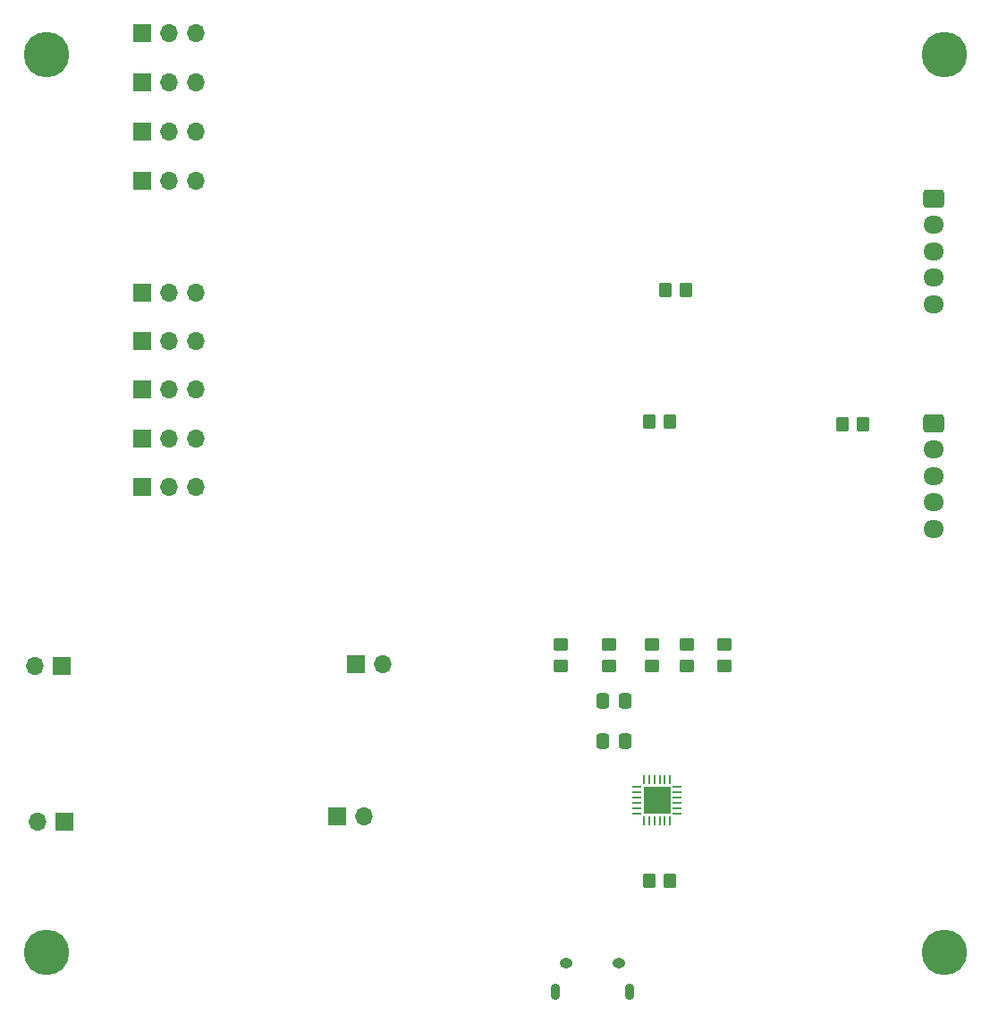
<source format=gbr>
%TF.GenerationSoftware,KiCad,Pcbnew,6.0.11+dfsg-1*%
%TF.CreationDate,2023-12-17T00:58:25-05:00*%
%TF.ProjectId,base_controller,62617365-5f63-46f6-9e74-726f6c6c6572,rev?*%
%TF.SameCoordinates,Original*%
%TF.FileFunction,Soldermask,Bot*%
%TF.FilePolarity,Negative*%
%FSLAX46Y46*%
G04 Gerber Fmt 4.6, Leading zero omitted, Abs format (unit mm)*
G04 Created by KiCad (PCBNEW 6.0.11+dfsg-1) date 2023-12-17 00:58:25*
%MOMM*%
%LPD*%
G01*
G04 APERTURE LIST*
G04 Aperture macros list*
%AMRoundRect*
0 Rectangle with rounded corners*
0 $1 Rounding radius*
0 $2 $3 $4 $5 $6 $7 $8 $9 X,Y pos of 4 corners*
0 Add a 4 corners polygon primitive as box body*
4,1,4,$2,$3,$4,$5,$6,$7,$8,$9,$2,$3,0*
0 Add four circle primitives for the rounded corners*
1,1,$1+$1,$2,$3*
1,1,$1+$1,$4,$5*
1,1,$1+$1,$6,$7*
1,1,$1+$1,$8,$9*
0 Add four rect primitives between the rounded corners*
20,1,$1+$1,$2,$3,$4,$5,0*
20,1,$1+$1,$4,$5,$6,$7,0*
20,1,$1+$1,$6,$7,$8,$9,0*
20,1,$1+$1,$8,$9,$2,$3,0*%
G04 Aperture macros list end*
%ADD10R,1.700000X1.700000*%
%ADD11O,1.700000X1.700000*%
%ADD12RoundRect,0.250000X-0.725000X0.600000X-0.725000X-0.600000X0.725000X-0.600000X0.725000X0.600000X0*%
%ADD13O,1.950000X1.700000*%
%ADD14C,4.300000*%
%ADD15O,0.890000X1.550000*%
%ADD16O,1.250000X0.950000*%
%ADD17RoundRect,0.250000X-0.350000X-0.450000X0.350000X-0.450000X0.350000X0.450000X-0.350000X0.450000X0*%
%ADD18RoundRect,0.250000X0.337500X0.475000X-0.337500X0.475000X-0.337500X-0.475000X0.337500X-0.475000X0*%
%ADD19RoundRect,0.250000X-0.450000X0.350000X-0.450000X-0.350000X0.450000X-0.350000X0.450000X0.350000X0*%
%ADD20RoundRect,0.250000X0.350000X0.450000X-0.350000X0.450000X-0.350000X-0.450000X0.350000X-0.450000X0*%
%ADD21RoundRect,0.062500X-0.350000X-0.062500X0.350000X-0.062500X0.350000X0.062500X-0.350000X0.062500X0*%
%ADD22RoundRect,0.062500X-0.062500X-0.350000X0.062500X-0.350000X0.062500X0.350000X-0.062500X0.350000X0*%
%ADD23R,2.600000X2.600000*%
G04 APERTURE END LIST*
D10*
%TO.C,J4*%
X106680000Y-132588000D03*
D11*
X104140000Y-132588000D03*
%TD*%
D10*
%TO.C,J7*%
X134350000Y-117737500D03*
D11*
X136890000Y-117737500D03*
%TD*%
%TO.C,J6*%
X135090000Y-132080000D03*
D10*
X132550000Y-132080000D03*
%TD*%
%TO.C,J3*%
X106426000Y-117856000D03*
D11*
X103886000Y-117856000D03*
%TD*%
D12*
%TO.C,J1*%
X188976000Y-73660000D03*
D13*
X188976000Y-76160000D03*
X188976000Y-78660000D03*
X188976000Y-81160000D03*
X188976000Y-83660000D03*
%TD*%
D12*
%TO.C,J2*%
X188976000Y-94902000D03*
D13*
X188976000Y-97402000D03*
X188976000Y-99902000D03*
X188976000Y-102402000D03*
X188976000Y-104902000D03*
%TD*%
D14*
%TO.C,REF\u002A\u002A*%
X105000000Y-145000000D03*
%TD*%
D15*
%TO.C,J5*%
X153234000Y-148652500D03*
X160234000Y-148652500D03*
D16*
X154234000Y-145952500D03*
X159234000Y-145952500D03*
%TD*%
D10*
%TO.C,JP1*%
X114106000Y-82550000D03*
D11*
X116646000Y-82550000D03*
X119186000Y-82550000D03*
%TD*%
D10*
%TO.C,JP2*%
X114106000Y-87144000D03*
D11*
X116646000Y-87144000D03*
X119186000Y-87144000D03*
%TD*%
D10*
%TO.C,JP3*%
X114106000Y-91738000D03*
D11*
X116646000Y-91738000D03*
X119186000Y-91738000D03*
%TD*%
D10*
%TO.C,JP4*%
X114106000Y-96332000D03*
D11*
X116646000Y-96332000D03*
X119186000Y-96332000D03*
%TD*%
D10*
%TO.C,JP5*%
X114106000Y-100926000D03*
D11*
X116646000Y-100926000D03*
X119186000Y-100926000D03*
%TD*%
D10*
%TO.C,JP6*%
X114106000Y-58020000D03*
D11*
X116646000Y-58020000D03*
X119186000Y-58020000D03*
%TD*%
D10*
%TO.C,JP7*%
X114106000Y-62670000D03*
D11*
X116646000Y-62670000D03*
X119186000Y-62670000D03*
%TD*%
D10*
%TO.C,JP8*%
X114106000Y-67320000D03*
D11*
X116646000Y-67320000D03*
X119186000Y-67320000D03*
%TD*%
D10*
%TO.C,JP9*%
X114106000Y-71970000D03*
D11*
X116646000Y-71970000D03*
X119186000Y-71970000D03*
%TD*%
D14*
%TO.C,REF\u002A\u002A*%
X105000000Y-60000000D03*
%TD*%
%TO.C,REF\u002A\u002A*%
X190000000Y-60000000D03*
%TD*%
%TO.C,REF\u002A\u002A*%
X190000000Y-145000000D03*
%TD*%
D17*
%TO.C,R9*%
X180356000Y-94996000D03*
X182356000Y-94996000D03*
%TD*%
D18*
%TO.C,C5*%
X159787500Y-124968000D03*
X157712500Y-124968000D03*
%TD*%
%TO.C,C6*%
X159787500Y-121158000D03*
X157712500Y-121158000D03*
%TD*%
D19*
%TO.C,R3*%
X162306000Y-115840000D03*
X162306000Y-117840000D03*
%TD*%
%TO.C,R4*%
X153670000Y-115840000D03*
X153670000Y-117840000D03*
%TD*%
%TO.C,R5*%
X158242000Y-115840000D03*
X158242000Y-117840000D03*
%TD*%
%TO.C,R6*%
X165608000Y-115840000D03*
X165608000Y-117840000D03*
%TD*%
%TO.C,R7*%
X169164000Y-115840000D03*
X169164000Y-117840000D03*
%TD*%
D20*
%TO.C,R8*%
X164068000Y-138176000D03*
X162068000Y-138176000D03*
%TD*%
%TO.C,R10*%
X164068000Y-94742000D03*
X162068000Y-94742000D03*
%TD*%
%TO.C,R11*%
X165592000Y-82296000D03*
X163592000Y-82296000D03*
%TD*%
D21*
%TO.C,U2*%
X160876500Y-131806000D03*
X160876500Y-131306000D03*
X160876500Y-130806000D03*
X160876500Y-130306000D03*
X160876500Y-129806000D03*
X160876500Y-129306000D03*
D22*
X161564000Y-128618500D03*
X162064000Y-128618500D03*
X162564000Y-128618500D03*
X163064000Y-128618500D03*
X163564000Y-128618500D03*
X164064000Y-128618500D03*
D21*
X164751500Y-129306000D03*
X164751500Y-129806000D03*
X164751500Y-130306000D03*
X164751500Y-130806000D03*
X164751500Y-131306000D03*
X164751500Y-131806000D03*
D22*
X164064000Y-132493500D03*
X163564000Y-132493500D03*
X163064000Y-132493500D03*
X162564000Y-132493500D03*
X162064000Y-132493500D03*
X161564000Y-132493500D03*
D23*
X162814000Y-130556000D03*
%TD*%
M02*

</source>
